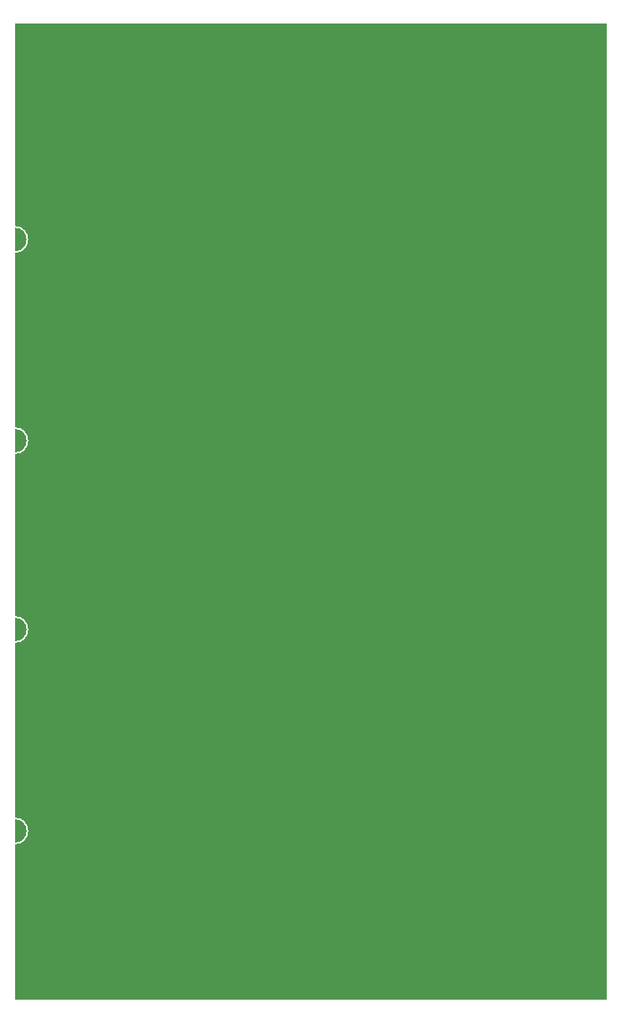
<source format=gbr>
G04 DipTrace 4.3.0.5*
G04 Board.gbr*
%MOMM*%
G04 #@! TF.FileFunction,Drawing,Board polygon*
G04 #@! TF.Part,Single*
%ADD12C,0.14*%
%FSLAX35Y35*%
G04*
G71*
G90*
G75*
G01*
G04 BoardPoly*
%LPD*%
G36*
X-254000Y9667700D2*
X5715000D1*
Y-174600D1*
X-254000Y-174627D1*
Y9667700D1*
G37*
G04 BoardPoly Clear*
%LPC*%
Y7620003D2*
D12*
G02X-254000Y7366000I-12J-127002D01*
G01*
Y5590500D2*
G02X-254000Y5336497I-12J-127002D01*
G01*
Y3685500D2*
G02X-254000Y3431497I-12J-127002D01*
G01*
Y1653500D2*
G02X-254000Y1399497I-12J-127002D01*
G01*
M02*

</source>
